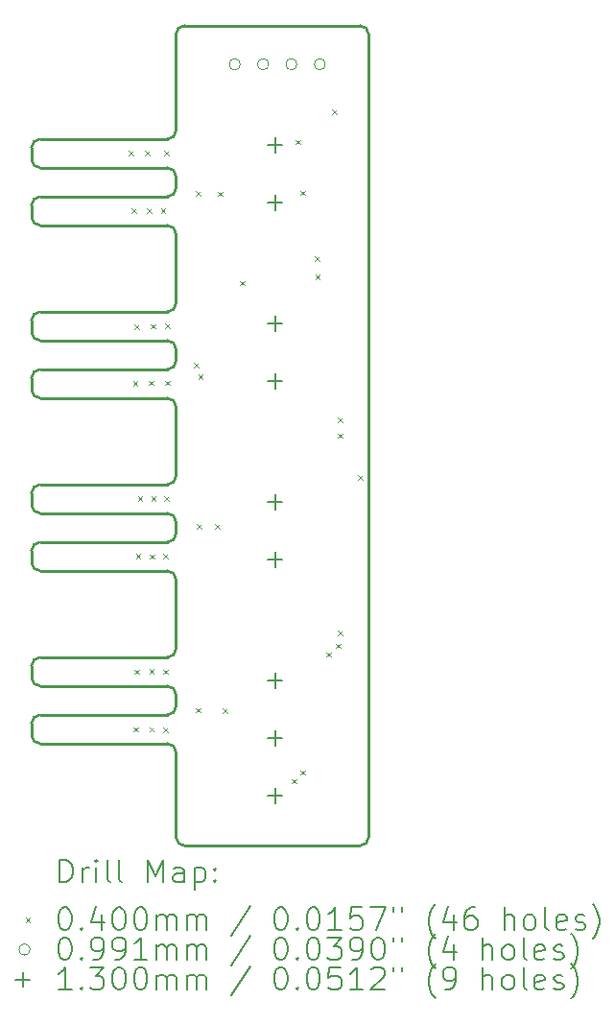
<source format=gbr>
%TF.GenerationSoftware,KiCad,Pcbnew,7.0.10*%
%TF.CreationDate,2024-07-21T07:17:00-04:00*%
%TF.ProjectId,12.2.1 - PLC Connector,31322e32-2e31-4202-9d20-504c4320436f,rev?*%
%TF.SameCoordinates,Original*%
%TF.FileFunction,Drillmap*%
%TF.FilePolarity,Positive*%
%FSLAX45Y45*%
G04 Gerber Fmt 4.5, Leading zero omitted, Abs format (unit mm)*
G04 Created by KiCad (PCBNEW 7.0.10) date 2024-07-21 07:17:00*
%MOMM*%
%LPD*%
G01*
G04 APERTURE LIST*
%ADD10C,0.250000*%
%ADD11C,0.200000*%
%ADD12C,0.100000*%
%ADD13C,0.130000*%
G04 APERTURE END LIST*
D10*
X15427824Y-10617646D02*
G75*
G03*
X15502822Y-10692646I74996J-4D01*
G01*
X16702824Y-7719646D02*
G75*
G03*
X16627822Y-7644646I-75004J-4D01*
G01*
X16627822Y-10184646D02*
X15502822Y-10184646D01*
X18402823Y-4433646D02*
X18402823Y-11517646D01*
X16702822Y-10363646D02*
X16702822Y-10259646D01*
X16702822Y-6807646D02*
X16702822Y-6195646D01*
X15427822Y-9093646D02*
X15427822Y-8989646D01*
X15427824Y-8585646D02*
G75*
G03*
X15502822Y-8660646I74996J-4D01*
G01*
X15427822Y-7061646D02*
X15427822Y-6957646D01*
X16627822Y-5612646D02*
X15502822Y-5612646D01*
X15427824Y-9093646D02*
G75*
G03*
X15502822Y-9168646I74996J-4D01*
G01*
X16627822Y-6882652D02*
G75*
G03*
X16702822Y-6807646I-3J75003D01*
G01*
X16627822Y-5358653D02*
G75*
G03*
X16702822Y-5283646I-3J75003D01*
G01*
X15502822Y-9930646D02*
X16627822Y-9930646D01*
X16627822Y-5866652D02*
G75*
G03*
X16702822Y-5791646I-3J75003D01*
G01*
X16702824Y-9243646D02*
G75*
G03*
X16627822Y-9168646I-75004J-4D01*
G01*
X16702824Y-10259646D02*
G75*
G03*
X16627822Y-10184646I-75004J-4D01*
G01*
X15502822Y-8914646D02*
X16627822Y-8914646D01*
X15427822Y-10617646D02*
X15427822Y-10513646D01*
X16702824Y-10767646D02*
G75*
G03*
X16627822Y-10692646I-75004J-4D01*
G01*
X16627822Y-10692646D02*
X15502822Y-10692646D01*
X15502822Y-5358653D02*
G75*
G03*
X15427822Y-5433646I-3J-74998D01*
G01*
X15427822Y-6045646D02*
X15427822Y-5941646D01*
X16627822Y-8914653D02*
G75*
G03*
X16702822Y-8839646I-3J75003D01*
G01*
X15427822Y-7569646D02*
X15427822Y-7465646D01*
X16702824Y-6195646D02*
G75*
G03*
X16627822Y-6120646I-75004J-4D01*
G01*
X16627822Y-6120646D02*
X15502822Y-6120646D01*
X15502822Y-10438653D02*
G75*
G03*
X15427822Y-10513646I-3J-74998D01*
G01*
X15502822Y-7390652D02*
G75*
G03*
X15427822Y-7465646I-3J-74998D01*
G01*
X15502822Y-5358646D02*
X16627822Y-5358646D01*
X18327823Y-11592646D02*
X16777823Y-11592646D01*
X16702824Y-7211646D02*
G75*
G03*
X16627822Y-7136646I-75004J-4D01*
G01*
X15502822Y-5866646D02*
X16627822Y-5866646D01*
X15502822Y-6882652D02*
G75*
G03*
X15427822Y-6957646I-3J-74998D01*
G01*
X16627822Y-7390652D02*
G75*
G03*
X16702822Y-7315646I-3J75003D01*
G01*
X16627822Y-9168646D02*
X15502822Y-9168646D01*
X16702822Y-9855646D02*
X16702822Y-9243646D01*
X15502822Y-5866652D02*
G75*
G03*
X15427822Y-5941646I-3J-74998D01*
G01*
X15427824Y-7061646D02*
G75*
G03*
X15502822Y-7136646I74996J-4D01*
G01*
X15427824Y-6045646D02*
G75*
G03*
X15502822Y-6120646I74996J-4D01*
G01*
X15427822Y-5537646D02*
X15427822Y-5433646D01*
X16777823Y-4358653D02*
G75*
G03*
X16702822Y-4433646I-3J-74998D01*
G01*
X15427822Y-8585646D02*
X15427822Y-8481646D01*
X16702822Y-7315646D02*
X16702822Y-7211646D01*
X18402824Y-4433646D02*
G75*
G03*
X18327823Y-4358646I-75004J-4D01*
G01*
X16627822Y-9930653D02*
G75*
G03*
X16702822Y-9855646I-3J75003D01*
G01*
X16627822Y-7644646D02*
X15502822Y-7644646D01*
X16627822Y-8406653D02*
G75*
G03*
X16702822Y-8331646I-3J75003D01*
G01*
X16627822Y-7136646D02*
X15502822Y-7136646D01*
X16702822Y-5283646D02*
X16702822Y-4433646D01*
X15502822Y-10438646D02*
X16627822Y-10438646D01*
X15502822Y-8914653D02*
G75*
G03*
X15427822Y-8989646I-3J-74998D01*
G01*
X16702824Y-8735646D02*
G75*
G03*
X16627822Y-8660646I-75004J-4D01*
G01*
X15427824Y-5537646D02*
G75*
G03*
X15502822Y-5612646I74996J-4D01*
G01*
X15502822Y-8406646D02*
X16627822Y-8406646D01*
X16702822Y-8331646D02*
X16702822Y-7719646D01*
X15427824Y-7569646D02*
G75*
G03*
X15502822Y-7644646I74996J-4D01*
G01*
X15502822Y-9930653D02*
G75*
G03*
X15427822Y-10005646I-3J-74998D01*
G01*
X15502822Y-6882646D02*
X16627822Y-6882646D01*
X16702822Y-8839646D02*
X16702822Y-8735646D01*
X16702824Y-5687646D02*
G75*
G03*
X16627822Y-5612646I-75004J-4D01*
G01*
X18327823Y-11592652D02*
G75*
G03*
X18402823Y-11517646I-3J75003D01*
G01*
X15427824Y-10109646D02*
G75*
G03*
X15502822Y-10184646I74996J-4D01*
G01*
X16702822Y-5791646D02*
X16702822Y-5687646D01*
X15502822Y-8406653D02*
G75*
G03*
X15427822Y-8481646I-3J-74998D01*
G01*
X15502822Y-7390646D02*
X16627822Y-7390646D01*
X16777823Y-4358646D02*
X18327823Y-4358646D01*
X16702822Y-11517646D02*
X16702822Y-10767646D01*
X16627822Y-8660646D02*
X15502822Y-8660646D01*
X15427822Y-10109646D02*
X15427822Y-10005646D01*
X16627822Y-10438653D02*
G75*
G03*
X16702822Y-10363646I-3J75003D01*
G01*
X16702824Y-11517646D02*
G75*
G03*
X16777823Y-11592646I74996J-4D01*
G01*
D11*
D12*
X16283378Y-5464622D02*
X16323378Y-5504622D01*
X16323378Y-5464622D02*
X16283378Y-5504622D01*
X16313170Y-5972843D02*
X16353170Y-6012843D01*
X16353170Y-5972843D02*
X16313170Y-6012843D01*
X16323000Y-7492000D02*
X16363000Y-7532000D01*
X16363000Y-7492000D02*
X16323000Y-7532000D01*
X16327000Y-10546000D02*
X16367000Y-10586000D01*
X16367000Y-10546000D02*
X16327000Y-10586000D01*
X16337000Y-10039000D02*
X16377000Y-10079000D01*
X16377000Y-10039000D02*
X16337000Y-10079000D01*
X16338000Y-6993000D02*
X16378000Y-7033000D01*
X16378000Y-6993000D02*
X16338000Y-7033000D01*
X16349000Y-9021000D02*
X16389000Y-9061000D01*
X16389000Y-9021000D02*
X16349000Y-9061000D01*
X16366000Y-8510000D02*
X16406000Y-8550000D01*
X16406000Y-8510000D02*
X16366000Y-8550000D01*
X16426378Y-5464622D02*
X16466378Y-5504622D01*
X16466378Y-5464622D02*
X16426378Y-5504622D01*
X16446642Y-5971195D02*
X16486642Y-6011195D01*
X16486642Y-5971195D02*
X16446642Y-6011195D01*
X16466000Y-7490000D02*
X16506000Y-7530000D01*
X16506000Y-7490000D02*
X16466000Y-7530000D01*
X16468000Y-10037000D02*
X16508000Y-10077000D01*
X16508000Y-10037000D02*
X16468000Y-10077000D01*
X16468000Y-10546000D02*
X16508000Y-10586000D01*
X16508000Y-10546000D02*
X16468000Y-10586000D01*
X16473000Y-9023000D02*
X16513000Y-9063000D01*
X16513000Y-9023000D02*
X16473000Y-9063000D01*
X16480000Y-6990000D02*
X16520000Y-7030000D01*
X16520000Y-6990000D02*
X16480000Y-7030000D01*
X16484000Y-8510000D02*
X16524000Y-8550000D01*
X16524000Y-8510000D02*
X16484000Y-8550000D01*
X16570000Y-5973006D02*
X16610000Y-6013006D01*
X16610000Y-5973006D02*
X16570000Y-6013006D01*
X16587000Y-10549000D02*
X16627000Y-10589000D01*
X16627000Y-10549000D02*
X16587000Y-10589000D01*
X16590000Y-9020000D02*
X16630000Y-9060000D01*
X16630000Y-9020000D02*
X16590000Y-9060000D01*
X16590000Y-10037916D02*
X16630000Y-10077916D01*
X16630000Y-10037916D02*
X16590000Y-10077916D01*
X16598622Y-5464623D02*
X16638622Y-5504623D01*
X16638622Y-5464623D02*
X16598622Y-5504623D01*
X16600000Y-8510000D02*
X16640000Y-8550000D01*
X16640000Y-8510000D02*
X16600000Y-8550000D01*
X16610000Y-6987991D02*
X16650000Y-7027991D01*
X16650000Y-6987991D02*
X16610000Y-7027991D01*
X16610000Y-7490000D02*
X16650000Y-7530000D01*
X16650000Y-7490000D02*
X16610000Y-7530000D01*
X16858301Y-7332050D02*
X16898301Y-7372050D01*
X16898301Y-7332050D02*
X16858301Y-7372050D01*
X16879000Y-5821000D02*
X16919000Y-5861000D01*
X16919000Y-5821000D02*
X16879000Y-5861000D01*
X16879000Y-10378000D02*
X16919000Y-10418000D01*
X16919000Y-10378000D02*
X16879000Y-10418000D01*
X16883700Y-8755700D02*
X16923700Y-8795700D01*
X16923700Y-8755700D02*
X16883700Y-8795700D01*
X16900000Y-7438000D02*
X16940000Y-7478000D01*
X16940000Y-7438000D02*
X16900000Y-7478000D01*
X17048800Y-8755700D02*
X17088800Y-8795700D01*
X17088800Y-8755700D02*
X17048800Y-8795700D01*
X17074200Y-5822000D02*
X17114200Y-5862000D01*
X17114200Y-5822000D02*
X17074200Y-5862000D01*
X17112300Y-10381300D02*
X17152300Y-10421300D01*
X17152300Y-10381300D02*
X17112300Y-10421300D01*
X17264500Y-6609600D02*
X17304500Y-6649600D01*
X17304500Y-6609600D02*
X17264500Y-6649600D01*
X17721900Y-11003600D02*
X17761900Y-11043600D01*
X17761900Y-11003600D02*
X17721900Y-11043600D01*
X17760620Y-5365420D02*
X17800620Y-5405420D01*
X17800620Y-5365420D02*
X17760620Y-5405420D01*
X17798100Y-5813800D02*
X17838100Y-5853800D01*
X17838100Y-5813800D02*
X17798100Y-5853800D01*
X17798100Y-10927400D02*
X17838100Y-10967400D01*
X17838100Y-10927400D02*
X17798100Y-10967400D01*
X17925600Y-6393500D02*
X17965600Y-6433500D01*
X17965600Y-6393500D02*
X17925600Y-6433500D01*
X17931699Y-6551999D02*
X17971699Y-6591999D01*
X17971699Y-6551999D02*
X17931699Y-6591999D01*
X18026700Y-9886000D02*
X18066700Y-9926000D01*
X18066700Y-9886000D02*
X18026700Y-9926000D01*
X18077500Y-5098100D02*
X18117500Y-5138100D01*
X18117500Y-5098100D02*
X18077500Y-5138100D01*
X18115600Y-9809800D02*
X18155600Y-9849800D01*
X18155600Y-9809800D02*
X18115600Y-9849800D01*
X18128300Y-7815900D02*
X18168300Y-7855900D01*
X18168300Y-7815900D02*
X18128300Y-7855900D01*
X18128300Y-7955600D02*
X18168300Y-7995600D01*
X18168300Y-7955600D02*
X18128300Y-7995600D01*
X18128300Y-9695500D02*
X18168300Y-9735500D01*
X18168300Y-9695500D02*
X18128300Y-9735500D01*
X18306100Y-8323900D02*
X18346100Y-8363900D01*
X18346100Y-8323900D02*
X18306100Y-8363900D01*
X17270730Y-4699000D02*
G75*
G03*
X17171670Y-4699000I-49530J0D01*
G01*
X17171670Y-4699000D02*
G75*
G03*
X17270730Y-4699000I49530J0D01*
G01*
X17520730Y-4699000D02*
G75*
G03*
X17421670Y-4699000I-49530J0D01*
G01*
X17421670Y-4699000D02*
G75*
G03*
X17520730Y-4699000I49530J0D01*
G01*
X17770730Y-4699000D02*
G75*
G03*
X17671670Y-4699000I-49530J0D01*
G01*
X17671670Y-4699000D02*
G75*
G03*
X17770730Y-4699000I49530J0D01*
G01*
X18020730Y-4699000D02*
G75*
G03*
X17921670Y-4699000I-49530J0D01*
G01*
X17921670Y-4699000D02*
G75*
G03*
X18020730Y-4699000I49530J0D01*
G01*
D13*
X17576800Y-5345200D02*
X17576800Y-5475200D01*
X17511800Y-5410200D02*
X17641800Y-5410200D01*
X17576800Y-5853200D02*
X17576800Y-5983200D01*
X17511800Y-5918200D02*
X17641800Y-5918200D01*
X17576800Y-6920000D02*
X17576800Y-7050000D01*
X17511800Y-6985000D02*
X17641800Y-6985000D01*
X17576800Y-7428000D02*
X17576800Y-7558000D01*
X17511800Y-7493000D02*
X17641800Y-7493000D01*
X17576800Y-8494800D02*
X17576800Y-8624800D01*
X17511800Y-8559800D02*
X17641800Y-8559800D01*
X17576800Y-9002800D02*
X17576800Y-9132800D01*
X17511800Y-9067800D02*
X17641800Y-9067800D01*
X17576800Y-10069600D02*
X17576800Y-10199600D01*
X17511800Y-10134600D02*
X17641800Y-10134600D01*
X17576800Y-10577600D02*
X17576800Y-10707600D01*
X17511800Y-10642600D02*
X17641800Y-10642600D01*
X17576800Y-11085600D02*
X17576800Y-11215600D01*
X17511800Y-11150600D02*
X17641800Y-11150600D01*
D11*
X15676099Y-11916630D02*
X15676099Y-11716630D01*
X15676099Y-11716630D02*
X15723718Y-11716630D01*
X15723718Y-11716630D02*
X15752290Y-11726154D01*
X15752290Y-11726154D02*
X15771337Y-11745201D01*
X15771337Y-11745201D02*
X15780861Y-11764249D01*
X15780861Y-11764249D02*
X15790385Y-11802344D01*
X15790385Y-11802344D02*
X15790385Y-11830916D01*
X15790385Y-11830916D02*
X15780861Y-11869011D01*
X15780861Y-11869011D02*
X15771337Y-11888058D01*
X15771337Y-11888058D02*
X15752290Y-11907106D01*
X15752290Y-11907106D02*
X15723718Y-11916630D01*
X15723718Y-11916630D02*
X15676099Y-11916630D01*
X15876099Y-11916630D02*
X15876099Y-11783297D01*
X15876099Y-11821392D02*
X15885623Y-11802344D01*
X15885623Y-11802344D02*
X15895147Y-11792820D01*
X15895147Y-11792820D02*
X15914194Y-11783297D01*
X15914194Y-11783297D02*
X15933242Y-11783297D01*
X15999909Y-11916630D02*
X15999909Y-11783297D01*
X15999909Y-11716630D02*
X15990385Y-11726154D01*
X15990385Y-11726154D02*
X15999909Y-11735678D01*
X15999909Y-11735678D02*
X16009433Y-11726154D01*
X16009433Y-11726154D02*
X15999909Y-11716630D01*
X15999909Y-11716630D02*
X15999909Y-11735678D01*
X16123718Y-11916630D02*
X16104671Y-11907106D01*
X16104671Y-11907106D02*
X16095147Y-11888058D01*
X16095147Y-11888058D02*
X16095147Y-11716630D01*
X16228480Y-11916630D02*
X16209433Y-11907106D01*
X16209433Y-11907106D02*
X16199909Y-11888058D01*
X16199909Y-11888058D02*
X16199909Y-11716630D01*
X16457052Y-11916630D02*
X16457052Y-11716630D01*
X16457052Y-11716630D02*
X16523718Y-11859487D01*
X16523718Y-11859487D02*
X16590385Y-11716630D01*
X16590385Y-11716630D02*
X16590385Y-11916630D01*
X16771337Y-11916630D02*
X16771337Y-11811868D01*
X16771337Y-11811868D02*
X16761814Y-11792820D01*
X16761814Y-11792820D02*
X16742766Y-11783297D01*
X16742766Y-11783297D02*
X16704671Y-11783297D01*
X16704671Y-11783297D02*
X16685623Y-11792820D01*
X16771337Y-11907106D02*
X16752290Y-11916630D01*
X16752290Y-11916630D02*
X16704671Y-11916630D01*
X16704671Y-11916630D02*
X16685623Y-11907106D01*
X16685623Y-11907106D02*
X16676099Y-11888058D01*
X16676099Y-11888058D02*
X16676099Y-11869011D01*
X16676099Y-11869011D02*
X16685623Y-11849963D01*
X16685623Y-11849963D02*
X16704671Y-11840439D01*
X16704671Y-11840439D02*
X16752290Y-11840439D01*
X16752290Y-11840439D02*
X16771337Y-11830916D01*
X16866576Y-11783297D02*
X16866576Y-11983297D01*
X16866576Y-11792820D02*
X16885623Y-11783297D01*
X16885623Y-11783297D02*
X16923718Y-11783297D01*
X16923718Y-11783297D02*
X16942766Y-11792820D01*
X16942766Y-11792820D02*
X16952290Y-11802344D01*
X16952290Y-11802344D02*
X16961814Y-11821392D01*
X16961814Y-11821392D02*
X16961814Y-11878535D01*
X16961814Y-11878535D02*
X16952290Y-11897582D01*
X16952290Y-11897582D02*
X16942766Y-11907106D01*
X16942766Y-11907106D02*
X16923718Y-11916630D01*
X16923718Y-11916630D02*
X16885623Y-11916630D01*
X16885623Y-11916630D02*
X16866576Y-11907106D01*
X17047528Y-11897582D02*
X17057052Y-11907106D01*
X17057052Y-11907106D02*
X17047528Y-11916630D01*
X17047528Y-11916630D02*
X17038004Y-11907106D01*
X17038004Y-11907106D02*
X17047528Y-11897582D01*
X17047528Y-11897582D02*
X17047528Y-11916630D01*
X17047528Y-11792820D02*
X17057052Y-11802344D01*
X17057052Y-11802344D02*
X17047528Y-11811868D01*
X17047528Y-11811868D02*
X17038004Y-11802344D01*
X17038004Y-11802344D02*
X17047528Y-11792820D01*
X17047528Y-11792820D02*
X17047528Y-11811868D01*
D12*
X15375322Y-12225146D02*
X15415322Y-12265146D01*
X15415322Y-12225146D02*
X15375322Y-12265146D01*
D11*
X15714194Y-12136630D02*
X15733242Y-12136630D01*
X15733242Y-12136630D02*
X15752290Y-12146154D01*
X15752290Y-12146154D02*
X15761814Y-12155678D01*
X15761814Y-12155678D02*
X15771337Y-12174725D01*
X15771337Y-12174725D02*
X15780861Y-12212820D01*
X15780861Y-12212820D02*
X15780861Y-12260439D01*
X15780861Y-12260439D02*
X15771337Y-12298535D01*
X15771337Y-12298535D02*
X15761814Y-12317582D01*
X15761814Y-12317582D02*
X15752290Y-12327106D01*
X15752290Y-12327106D02*
X15733242Y-12336630D01*
X15733242Y-12336630D02*
X15714194Y-12336630D01*
X15714194Y-12336630D02*
X15695147Y-12327106D01*
X15695147Y-12327106D02*
X15685623Y-12317582D01*
X15685623Y-12317582D02*
X15676099Y-12298535D01*
X15676099Y-12298535D02*
X15666575Y-12260439D01*
X15666575Y-12260439D02*
X15666575Y-12212820D01*
X15666575Y-12212820D02*
X15676099Y-12174725D01*
X15676099Y-12174725D02*
X15685623Y-12155678D01*
X15685623Y-12155678D02*
X15695147Y-12146154D01*
X15695147Y-12146154D02*
X15714194Y-12136630D01*
X15866575Y-12317582D02*
X15876099Y-12327106D01*
X15876099Y-12327106D02*
X15866575Y-12336630D01*
X15866575Y-12336630D02*
X15857052Y-12327106D01*
X15857052Y-12327106D02*
X15866575Y-12317582D01*
X15866575Y-12317582D02*
X15866575Y-12336630D01*
X16047528Y-12203297D02*
X16047528Y-12336630D01*
X15999909Y-12127106D02*
X15952290Y-12269963D01*
X15952290Y-12269963D02*
X16076099Y-12269963D01*
X16190385Y-12136630D02*
X16209433Y-12136630D01*
X16209433Y-12136630D02*
X16228480Y-12146154D01*
X16228480Y-12146154D02*
X16238004Y-12155678D01*
X16238004Y-12155678D02*
X16247528Y-12174725D01*
X16247528Y-12174725D02*
X16257052Y-12212820D01*
X16257052Y-12212820D02*
X16257052Y-12260439D01*
X16257052Y-12260439D02*
X16247528Y-12298535D01*
X16247528Y-12298535D02*
X16238004Y-12317582D01*
X16238004Y-12317582D02*
X16228480Y-12327106D01*
X16228480Y-12327106D02*
X16209433Y-12336630D01*
X16209433Y-12336630D02*
X16190385Y-12336630D01*
X16190385Y-12336630D02*
X16171337Y-12327106D01*
X16171337Y-12327106D02*
X16161814Y-12317582D01*
X16161814Y-12317582D02*
X16152290Y-12298535D01*
X16152290Y-12298535D02*
X16142766Y-12260439D01*
X16142766Y-12260439D02*
X16142766Y-12212820D01*
X16142766Y-12212820D02*
X16152290Y-12174725D01*
X16152290Y-12174725D02*
X16161814Y-12155678D01*
X16161814Y-12155678D02*
X16171337Y-12146154D01*
X16171337Y-12146154D02*
X16190385Y-12136630D01*
X16380861Y-12136630D02*
X16399909Y-12136630D01*
X16399909Y-12136630D02*
X16418956Y-12146154D01*
X16418956Y-12146154D02*
X16428480Y-12155678D01*
X16428480Y-12155678D02*
X16438004Y-12174725D01*
X16438004Y-12174725D02*
X16447528Y-12212820D01*
X16447528Y-12212820D02*
X16447528Y-12260439D01*
X16447528Y-12260439D02*
X16438004Y-12298535D01*
X16438004Y-12298535D02*
X16428480Y-12317582D01*
X16428480Y-12317582D02*
X16418956Y-12327106D01*
X16418956Y-12327106D02*
X16399909Y-12336630D01*
X16399909Y-12336630D02*
X16380861Y-12336630D01*
X16380861Y-12336630D02*
X16361814Y-12327106D01*
X16361814Y-12327106D02*
X16352290Y-12317582D01*
X16352290Y-12317582D02*
X16342766Y-12298535D01*
X16342766Y-12298535D02*
X16333242Y-12260439D01*
X16333242Y-12260439D02*
X16333242Y-12212820D01*
X16333242Y-12212820D02*
X16342766Y-12174725D01*
X16342766Y-12174725D02*
X16352290Y-12155678D01*
X16352290Y-12155678D02*
X16361814Y-12146154D01*
X16361814Y-12146154D02*
X16380861Y-12136630D01*
X16533242Y-12336630D02*
X16533242Y-12203297D01*
X16533242Y-12222344D02*
X16542766Y-12212820D01*
X16542766Y-12212820D02*
X16561814Y-12203297D01*
X16561814Y-12203297D02*
X16590385Y-12203297D01*
X16590385Y-12203297D02*
X16609433Y-12212820D01*
X16609433Y-12212820D02*
X16618956Y-12231868D01*
X16618956Y-12231868D02*
X16618956Y-12336630D01*
X16618956Y-12231868D02*
X16628480Y-12212820D01*
X16628480Y-12212820D02*
X16647528Y-12203297D01*
X16647528Y-12203297D02*
X16676099Y-12203297D01*
X16676099Y-12203297D02*
X16695147Y-12212820D01*
X16695147Y-12212820D02*
X16704671Y-12231868D01*
X16704671Y-12231868D02*
X16704671Y-12336630D01*
X16799909Y-12336630D02*
X16799909Y-12203297D01*
X16799909Y-12222344D02*
X16809433Y-12212820D01*
X16809433Y-12212820D02*
X16828480Y-12203297D01*
X16828480Y-12203297D02*
X16857052Y-12203297D01*
X16857052Y-12203297D02*
X16876099Y-12212820D01*
X16876099Y-12212820D02*
X16885623Y-12231868D01*
X16885623Y-12231868D02*
X16885623Y-12336630D01*
X16885623Y-12231868D02*
X16895147Y-12212820D01*
X16895147Y-12212820D02*
X16914195Y-12203297D01*
X16914195Y-12203297D02*
X16942766Y-12203297D01*
X16942766Y-12203297D02*
X16961814Y-12212820D01*
X16961814Y-12212820D02*
X16971338Y-12231868D01*
X16971338Y-12231868D02*
X16971338Y-12336630D01*
X17361814Y-12127106D02*
X17190385Y-12384249D01*
X17618957Y-12136630D02*
X17638004Y-12136630D01*
X17638004Y-12136630D02*
X17657052Y-12146154D01*
X17657052Y-12146154D02*
X17666576Y-12155678D01*
X17666576Y-12155678D02*
X17676100Y-12174725D01*
X17676100Y-12174725D02*
X17685623Y-12212820D01*
X17685623Y-12212820D02*
X17685623Y-12260439D01*
X17685623Y-12260439D02*
X17676100Y-12298535D01*
X17676100Y-12298535D02*
X17666576Y-12317582D01*
X17666576Y-12317582D02*
X17657052Y-12327106D01*
X17657052Y-12327106D02*
X17638004Y-12336630D01*
X17638004Y-12336630D02*
X17618957Y-12336630D01*
X17618957Y-12336630D02*
X17599909Y-12327106D01*
X17599909Y-12327106D02*
X17590385Y-12317582D01*
X17590385Y-12317582D02*
X17580861Y-12298535D01*
X17580861Y-12298535D02*
X17571338Y-12260439D01*
X17571338Y-12260439D02*
X17571338Y-12212820D01*
X17571338Y-12212820D02*
X17580861Y-12174725D01*
X17580861Y-12174725D02*
X17590385Y-12155678D01*
X17590385Y-12155678D02*
X17599909Y-12146154D01*
X17599909Y-12146154D02*
X17618957Y-12136630D01*
X17771338Y-12317582D02*
X17780861Y-12327106D01*
X17780861Y-12327106D02*
X17771338Y-12336630D01*
X17771338Y-12336630D02*
X17761814Y-12327106D01*
X17761814Y-12327106D02*
X17771338Y-12317582D01*
X17771338Y-12317582D02*
X17771338Y-12336630D01*
X17904671Y-12136630D02*
X17923719Y-12136630D01*
X17923719Y-12136630D02*
X17942766Y-12146154D01*
X17942766Y-12146154D02*
X17952290Y-12155678D01*
X17952290Y-12155678D02*
X17961814Y-12174725D01*
X17961814Y-12174725D02*
X17971338Y-12212820D01*
X17971338Y-12212820D02*
X17971338Y-12260439D01*
X17971338Y-12260439D02*
X17961814Y-12298535D01*
X17961814Y-12298535D02*
X17952290Y-12317582D01*
X17952290Y-12317582D02*
X17942766Y-12327106D01*
X17942766Y-12327106D02*
X17923719Y-12336630D01*
X17923719Y-12336630D02*
X17904671Y-12336630D01*
X17904671Y-12336630D02*
X17885623Y-12327106D01*
X17885623Y-12327106D02*
X17876100Y-12317582D01*
X17876100Y-12317582D02*
X17866576Y-12298535D01*
X17866576Y-12298535D02*
X17857052Y-12260439D01*
X17857052Y-12260439D02*
X17857052Y-12212820D01*
X17857052Y-12212820D02*
X17866576Y-12174725D01*
X17866576Y-12174725D02*
X17876100Y-12155678D01*
X17876100Y-12155678D02*
X17885623Y-12146154D01*
X17885623Y-12146154D02*
X17904671Y-12136630D01*
X18161814Y-12336630D02*
X18047528Y-12336630D01*
X18104671Y-12336630D02*
X18104671Y-12136630D01*
X18104671Y-12136630D02*
X18085623Y-12165201D01*
X18085623Y-12165201D02*
X18066576Y-12184249D01*
X18066576Y-12184249D02*
X18047528Y-12193773D01*
X18342766Y-12136630D02*
X18247528Y-12136630D01*
X18247528Y-12136630D02*
X18238004Y-12231868D01*
X18238004Y-12231868D02*
X18247528Y-12222344D01*
X18247528Y-12222344D02*
X18266576Y-12212820D01*
X18266576Y-12212820D02*
X18314195Y-12212820D01*
X18314195Y-12212820D02*
X18333242Y-12222344D01*
X18333242Y-12222344D02*
X18342766Y-12231868D01*
X18342766Y-12231868D02*
X18352290Y-12250916D01*
X18352290Y-12250916D02*
X18352290Y-12298535D01*
X18352290Y-12298535D02*
X18342766Y-12317582D01*
X18342766Y-12317582D02*
X18333242Y-12327106D01*
X18333242Y-12327106D02*
X18314195Y-12336630D01*
X18314195Y-12336630D02*
X18266576Y-12336630D01*
X18266576Y-12336630D02*
X18247528Y-12327106D01*
X18247528Y-12327106D02*
X18238004Y-12317582D01*
X18418957Y-12136630D02*
X18552290Y-12136630D01*
X18552290Y-12136630D02*
X18466576Y-12336630D01*
X18618957Y-12136630D02*
X18618957Y-12174725D01*
X18695147Y-12136630D02*
X18695147Y-12174725D01*
X18990385Y-12412820D02*
X18980862Y-12403297D01*
X18980862Y-12403297D02*
X18961814Y-12374725D01*
X18961814Y-12374725D02*
X18952290Y-12355678D01*
X18952290Y-12355678D02*
X18942766Y-12327106D01*
X18942766Y-12327106D02*
X18933243Y-12279487D01*
X18933243Y-12279487D02*
X18933243Y-12241392D01*
X18933243Y-12241392D02*
X18942766Y-12193773D01*
X18942766Y-12193773D02*
X18952290Y-12165201D01*
X18952290Y-12165201D02*
X18961814Y-12146154D01*
X18961814Y-12146154D02*
X18980862Y-12117582D01*
X18980862Y-12117582D02*
X18990385Y-12108058D01*
X19152290Y-12203297D02*
X19152290Y-12336630D01*
X19104671Y-12127106D02*
X19057052Y-12269963D01*
X19057052Y-12269963D02*
X19180862Y-12269963D01*
X19342766Y-12136630D02*
X19304671Y-12136630D01*
X19304671Y-12136630D02*
X19285623Y-12146154D01*
X19285623Y-12146154D02*
X19276100Y-12155678D01*
X19276100Y-12155678D02*
X19257052Y-12184249D01*
X19257052Y-12184249D02*
X19247528Y-12222344D01*
X19247528Y-12222344D02*
X19247528Y-12298535D01*
X19247528Y-12298535D02*
X19257052Y-12317582D01*
X19257052Y-12317582D02*
X19266576Y-12327106D01*
X19266576Y-12327106D02*
X19285623Y-12336630D01*
X19285623Y-12336630D02*
X19323719Y-12336630D01*
X19323719Y-12336630D02*
X19342766Y-12327106D01*
X19342766Y-12327106D02*
X19352290Y-12317582D01*
X19352290Y-12317582D02*
X19361814Y-12298535D01*
X19361814Y-12298535D02*
X19361814Y-12250916D01*
X19361814Y-12250916D02*
X19352290Y-12231868D01*
X19352290Y-12231868D02*
X19342766Y-12222344D01*
X19342766Y-12222344D02*
X19323719Y-12212820D01*
X19323719Y-12212820D02*
X19285623Y-12212820D01*
X19285623Y-12212820D02*
X19266576Y-12222344D01*
X19266576Y-12222344D02*
X19257052Y-12231868D01*
X19257052Y-12231868D02*
X19247528Y-12250916D01*
X19599909Y-12336630D02*
X19599909Y-12136630D01*
X19685624Y-12336630D02*
X19685624Y-12231868D01*
X19685624Y-12231868D02*
X19676100Y-12212820D01*
X19676100Y-12212820D02*
X19657052Y-12203297D01*
X19657052Y-12203297D02*
X19628481Y-12203297D01*
X19628481Y-12203297D02*
X19609433Y-12212820D01*
X19609433Y-12212820D02*
X19599909Y-12222344D01*
X19809433Y-12336630D02*
X19790385Y-12327106D01*
X19790385Y-12327106D02*
X19780862Y-12317582D01*
X19780862Y-12317582D02*
X19771338Y-12298535D01*
X19771338Y-12298535D02*
X19771338Y-12241392D01*
X19771338Y-12241392D02*
X19780862Y-12222344D01*
X19780862Y-12222344D02*
X19790385Y-12212820D01*
X19790385Y-12212820D02*
X19809433Y-12203297D01*
X19809433Y-12203297D02*
X19838005Y-12203297D01*
X19838005Y-12203297D02*
X19857052Y-12212820D01*
X19857052Y-12212820D02*
X19866576Y-12222344D01*
X19866576Y-12222344D02*
X19876100Y-12241392D01*
X19876100Y-12241392D02*
X19876100Y-12298535D01*
X19876100Y-12298535D02*
X19866576Y-12317582D01*
X19866576Y-12317582D02*
X19857052Y-12327106D01*
X19857052Y-12327106D02*
X19838005Y-12336630D01*
X19838005Y-12336630D02*
X19809433Y-12336630D01*
X19990385Y-12336630D02*
X19971338Y-12327106D01*
X19971338Y-12327106D02*
X19961814Y-12308058D01*
X19961814Y-12308058D02*
X19961814Y-12136630D01*
X20142766Y-12327106D02*
X20123719Y-12336630D01*
X20123719Y-12336630D02*
X20085624Y-12336630D01*
X20085624Y-12336630D02*
X20066576Y-12327106D01*
X20066576Y-12327106D02*
X20057052Y-12308058D01*
X20057052Y-12308058D02*
X20057052Y-12231868D01*
X20057052Y-12231868D02*
X20066576Y-12212820D01*
X20066576Y-12212820D02*
X20085624Y-12203297D01*
X20085624Y-12203297D02*
X20123719Y-12203297D01*
X20123719Y-12203297D02*
X20142766Y-12212820D01*
X20142766Y-12212820D02*
X20152290Y-12231868D01*
X20152290Y-12231868D02*
X20152290Y-12250916D01*
X20152290Y-12250916D02*
X20057052Y-12269963D01*
X20228481Y-12327106D02*
X20247528Y-12336630D01*
X20247528Y-12336630D02*
X20285624Y-12336630D01*
X20285624Y-12336630D02*
X20304671Y-12327106D01*
X20304671Y-12327106D02*
X20314195Y-12308058D01*
X20314195Y-12308058D02*
X20314195Y-12298535D01*
X20314195Y-12298535D02*
X20304671Y-12279487D01*
X20304671Y-12279487D02*
X20285624Y-12269963D01*
X20285624Y-12269963D02*
X20257052Y-12269963D01*
X20257052Y-12269963D02*
X20238005Y-12260439D01*
X20238005Y-12260439D02*
X20228481Y-12241392D01*
X20228481Y-12241392D02*
X20228481Y-12231868D01*
X20228481Y-12231868D02*
X20238005Y-12212820D01*
X20238005Y-12212820D02*
X20257052Y-12203297D01*
X20257052Y-12203297D02*
X20285624Y-12203297D01*
X20285624Y-12203297D02*
X20304671Y-12212820D01*
X20380862Y-12412820D02*
X20390386Y-12403297D01*
X20390386Y-12403297D02*
X20409433Y-12374725D01*
X20409433Y-12374725D02*
X20418957Y-12355678D01*
X20418957Y-12355678D02*
X20428481Y-12327106D01*
X20428481Y-12327106D02*
X20438005Y-12279487D01*
X20438005Y-12279487D02*
X20438005Y-12241392D01*
X20438005Y-12241392D02*
X20428481Y-12193773D01*
X20428481Y-12193773D02*
X20418957Y-12165201D01*
X20418957Y-12165201D02*
X20409433Y-12146154D01*
X20409433Y-12146154D02*
X20390386Y-12117582D01*
X20390386Y-12117582D02*
X20380862Y-12108058D01*
D12*
X15415322Y-12509146D02*
G75*
G03*
X15316262Y-12509146I-49530J0D01*
G01*
X15316262Y-12509146D02*
G75*
G03*
X15415322Y-12509146I49530J0D01*
G01*
D11*
X15714194Y-12400630D02*
X15733242Y-12400630D01*
X15733242Y-12400630D02*
X15752290Y-12410154D01*
X15752290Y-12410154D02*
X15761814Y-12419678D01*
X15761814Y-12419678D02*
X15771337Y-12438725D01*
X15771337Y-12438725D02*
X15780861Y-12476820D01*
X15780861Y-12476820D02*
X15780861Y-12524439D01*
X15780861Y-12524439D02*
X15771337Y-12562535D01*
X15771337Y-12562535D02*
X15761814Y-12581582D01*
X15761814Y-12581582D02*
X15752290Y-12591106D01*
X15752290Y-12591106D02*
X15733242Y-12600630D01*
X15733242Y-12600630D02*
X15714194Y-12600630D01*
X15714194Y-12600630D02*
X15695147Y-12591106D01*
X15695147Y-12591106D02*
X15685623Y-12581582D01*
X15685623Y-12581582D02*
X15676099Y-12562535D01*
X15676099Y-12562535D02*
X15666575Y-12524439D01*
X15666575Y-12524439D02*
X15666575Y-12476820D01*
X15666575Y-12476820D02*
X15676099Y-12438725D01*
X15676099Y-12438725D02*
X15685623Y-12419678D01*
X15685623Y-12419678D02*
X15695147Y-12410154D01*
X15695147Y-12410154D02*
X15714194Y-12400630D01*
X15866575Y-12581582D02*
X15876099Y-12591106D01*
X15876099Y-12591106D02*
X15866575Y-12600630D01*
X15866575Y-12600630D02*
X15857052Y-12591106D01*
X15857052Y-12591106D02*
X15866575Y-12581582D01*
X15866575Y-12581582D02*
X15866575Y-12600630D01*
X15971337Y-12600630D02*
X16009433Y-12600630D01*
X16009433Y-12600630D02*
X16028480Y-12591106D01*
X16028480Y-12591106D02*
X16038004Y-12581582D01*
X16038004Y-12581582D02*
X16057052Y-12553011D01*
X16057052Y-12553011D02*
X16066575Y-12514916D01*
X16066575Y-12514916D02*
X16066575Y-12438725D01*
X16066575Y-12438725D02*
X16057052Y-12419678D01*
X16057052Y-12419678D02*
X16047528Y-12410154D01*
X16047528Y-12410154D02*
X16028480Y-12400630D01*
X16028480Y-12400630D02*
X15990385Y-12400630D01*
X15990385Y-12400630D02*
X15971337Y-12410154D01*
X15971337Y-12410154D02*
X15961814Y-12419678D01*
X15961814Y-12419678D02*
X15952290Y-12438725D01*
X15952290Y-12438725D02*
X15952290Y-12486344D01*
X15952290Y-12486344D02*
X15961814Y-12505392D01*
X15961814Y-12505392D02*
X15971337Y-12514916D01*
X15971337Y-12514916D02*
X15990385Y-12524439D01*
X15990385Y-12524439D02*
X16028480Y-12524439D01*
X16028480Y-12524439D02*
X16047528Y-12514916D01*
X16047528Y-12514916D02*
X16057052Y-12505392D01*
X16057052Y-12505392D02*
X16066575Y-12486344D01*
X16161814Y-12600630D02*
X16199909Y-12600630D01*
X16199909Y-12600630D02*
X16218956Y-12591106D01*
X16218956Y-12591106D02*
X16228480Y-12581582D01*
X16228480Y-12581582D02*
X16247528Y-12553011D01*
X16247528Y-12553011D02*
X16257052Y-12514916D01*
X16257052Y-12514916D02*
X16257052Y-12438725D01*
X16257052Y-12438725D02*
X16247528Y-12419678D01*
X16247528Y-12419678D02*
X16238004Y-12410154D01*
X16238004Y-12410154D02*
X16218956Y-12400630D01*
X16218956Y-12400630D02*
X16180861Y-12400630D01*
X16180861Y-12400630D02*
X16161814Y-12410154D01*
X16161814Y-12410154D02*
X16152290Y-12419678D01*
X16152290Y-12419678D02*
X16142766Y-12438725D01*
X16142766Y-12438725D02*
X16142766Y-12486344D01*
X16142766Y-12486344D02*
X16152290Y-12505392D01*
X16152290Y-12505392D02*
X16161814Y-12514916D01*
X16161814Y-12514916D02*
X16180861Y-12524439D01*
X16180861Y-12524439D02*
X16218956Y-12524439D01*
X16218956Y-12524439D02*
X16238004Y-12514916D01*
X16238004Y-12514916D02*
X16247528Y-12505392D01*
X16247528Y-12505392D02*
X16257052Y-12486344D01*
X16447528Y-12600630D02*
X16333242Y-12600630D01*
X16390385Y-12600630D02*
X16390385Y-12400630D01*
X16390385Y-12400630D02*
X16371337Y-12429201D01*
X16371337Y-12429201D02*
X16352290Y-12448249D01*
X16352290Y-12448249D02*
X16333242Y-12457773D01*
X16533242Y-12600630D02*
X16533242Y-12467297D01*
X16533242Y-12486344D02*
X16542766Y-12476820D01*
X16542766Y-12476820D02*
X16561814Y-12467297D01*
X16561814Y-12467297D02*
X16590385Y-12467297D01*
X16590385Y-12467297D02*
X16609433Y-12476820D01*
X16609433Y-12476820D02*
X16618956Y-12495868D01*
X16618956Y-12495868D02*
X16618956Y-12600630D01*
X16618956Y-12495868D02*
X16628480Y-12476820D01*
X16628480Y-12476820D02*
X16647528Y-12467297D01*
X16647528Y-12467297D02*
X16676099Y-12467297D01*
X16676099Y-12467297D02*
X16695147Y-12476820D01*
X16695147Y-12476820D02*
X16704671Y-12495868D01*
X16704671Y-12495868D02*
X16704671Y-12600630D01*
X16799909Y-12600630D02*
X16799909Y-12467297D01*
X16799909Y-12486344D02*
X16809433Y-12476820D01*
X16809433Y-12476820D02*
X16828480Y-12467297D01*
X16828480Y-12467297D02*
X16857052Y-12467297D01*
X16857052Y-12467297D02*
X16876099Y-12476820D01*
X16876099Y-12476820D02*
X16885623Y-12495868D01*
X16885623Y-12495868D02*
X16885623Y-12600630D01*
X16885623Y-12495868D02*
X16895147Y-12476820D01*
X16895147Y-12476820D02*
X16914195Y-12467297D01*
X16914195Y-12467297D02*
X16942766Y-12467297D01*
X16942766Y-12467297D02*
X16961814Y-12476820D01*
X16961814Y-12476820D02*
X16971338Y-12495868D01*
X16971338Y-12495868D02*
X16971338Y-12600630D01*
X17361814Y-12391106D02*
X17190385Y-12648249D01*
X17618957Y-12400630D02*
X17638004Y-12400630D01*
X17638004Y-12400630D02*
X17657052Y-12410154D01*
X17657052Y-12410154D02*
X17666576Y-12419678D01*
X17666576Y-12419678D02*
X17676100Y-12438725D01*
X17676100Y-12438725D02*
X17685623Y-12476820D01*
X17685623Y-12476820D02*
X17685623Y-12524439D01*
X17685623Y-12524439D02*
X17676100Y-12562535D01*
X17676100Y-12562535D02*
X17666576Y-12581582D01*
X17666576Y-12581582D02*
X17657052Y-12591106D01*
X17657052Y-12591106D02*
X17638004Y-12600630D01*
X17638004Y-12600630D02*
X17618957Y-12600630D01*
X17618957Y-12600630D02*
X17599909Y-12591106D01*
X17599909Y-12591106D02*
X17590385Y-12581582D01*
X17590385Y-12581582D02*
X17580861Y-12562535D01*
X17580861Y-12562535D02*
X17571338Y-12524439D01*
X17571338Y-12524439D02*
X17571338Y-12476820D01*
X17571338Y-12476820D02*
X17580861Y-12438725D01*
X17580861Y-12438725D02*
X17590385Y-12419678D01*
X17590385Y-12419678D02*
X17599909Y-12410154D01*
X17599909Y-12410154D02*
X17618957Y-12400630D01*
X17771338Y-12581582D02*
X17780861Y-12591106D01*
X17780861Y-12591106D02*
X17771338Y-12600630D01*
X17771338Y-12600630D02*
X17761814Y-12591106D01*
X17761814Y-12591106D02*
X17771338Y-12581582D01*
X17771338Y-12581582D02*
X17771338Y-12600630D01*
X17904671Y-12400630D02*
X17923719Y-12400630D01*
X17923719Y-12400630D02*
X17942766Y-12410154D01*
X17942766Y-12410154D02*
X17952290Y-12419678D01*
X17952290Y-12419678D02*
X17961814Y-12438725D01*
X17961814Y-12438725D02*
X17971338Y-12476820D01*
X17971338Y-12476820D02*
X17971338Y-12524439D01*
X17971338Y-12524439D02*
X17961814Y-12562535D01*
X17961814Y-12562535D02*
X17952290Y-12581582D01*
X17952290Y-12581582D02*
X17942766Y-12591106D01*
X17942766Y-12591106D02*
X17923719Y-12600630D01*
X17923719Y-12600630D02*
X17904671Y-12600630D01*
X17904671Y-12600630D02*
X17885623Y-12591106D01*
X17885623Y-12591106D02*
X17876100Y-12581582D01*
X17876100Y-12581582D02*
X17866576Y-12562535D01*
X17866576Y-12562535D02*
X17857052Y-12524439D01*
X17857052Y-12524439D02*
X17857052Y-12476820D01*
X17857052Y-12476820D02*
X17866576Y-12438725D01*
X17866576Y-12438725D02*
X17876100Y-12419678D01*
X17876100Y-12419678D02*
X17885623Y-12410154D01*
X17885623Y-12410154D02*
X17904671Y-12400630D01*
X18038004Y-12400630D02*
X18161814Y-12400630D01*
X18161814Y-12400630D02*
X18095147Y-12476820D01*
X18095147Y-12476820D02*
X18123719Y-12476820D01*
X18123719Y-12476820D02*
X18142766Y-12486344D01*
X18142766Y-12486344D02*
X18152290Y-12495868D01*
X18152290Y-12495868D02*
X18161814Y-12514916D01*
X18161814Y-12514916D02*
X18161814Y-12562535D01*
X18161814Y-12562535D02*
X18152290Y-12581582D01*
X18152290Y-12581582D02*
X18142766Y-12591106D01*
X18142766Y-12591106D02*
X18123719Y-12600630D01*
X18123719Y-12600630D02*
X18066576Y-12600630D01*
X18066576Y-12600630D02*
X18047528Y-12591106D01*
X18047528Y-12591106D02*
X18038004Y-12581582D01*
X18257052Y-12600630D02*
X18295147Y-12600630D01*
X18295147Y-12600630D02*
X18314195Y-12591106D01*
X18314195Y-12591106D02*
X18323719Y-12581582D01*
X18323719Y-12581582D02*
X18342766Y-12553011D01*
X18342766Y-12553011D02*
X18352290Y-12514916D01*
X18352290Y-12514916D02*
X18352290Y-12438725D01*
X18352290Y-12438725D02*
X18342766Y-12419678D01*
X18342766Y-12419678D02*
X18333242Y-12410154D01*
X18333242Y-12410154D02*
X18314195Y-12400630D01*
X18314195Y-12400630D02*
X18276100Y-12400630D01*
X18276100Y-12400630D02*
X18257052Y-12410154D01*
X18257052Y-12410154D02*
X18247528Y-12419678D01*
X18247528Y-12419678D02*
X18238004Y-12438725D01*
X18238004Y-12438725D02*
X18238004Y-12486344D01*
X18238004Y-12486344D02*
X18247528Y-12505392D01*
X18247528Y-12505392D02*
X18257052Y-12514916D01*
X18257052Y-12514916D02*
X18276100Y-12524439D01*
X18276100Y-12524439D02*
X18314195Y-12524439D01*
X18314195Y-12524439D02*
X18333242Y-12514916D01*
X18333242Y-12514916D02*
X18342766Y-12505392D01*
X18342766Y-12505392D02*
X18352290Y-12486344D01*
X18476100Y-12400630D02*
X18495147Y-12400630D01*
X18495147Y-12400630D02*
X18514195Y-12410154D01*
X18514195Y-12410154D02*
X18523719Y-12419678D01*
X18523719Y-12419678D02*
X18533242Y-12438725D01*
X18533242Y-12438725D02*
X18542766Y-12476820D01*
X18542766Y-12476820D02*
X18542766Y-12524439D01*
X18542766Y-12524439D02*
X18533242Y-12562535D01*
X18533242Y-12562535D02*
X18523719Y-12581582D01*
X18523719Y-12581582D02*
X18514195Y-12591106D01*
X18514195Y-12591106D02*
X18495147Y-12600630D01*
X18495147Y-12600630D02*
X18476100Y-12600630D01*
X18476100Y-12600630D02*
X18457052Y-12591106D01*
X18457052Y-12591106D02*
X18447528Y-12581582D01*
X18447528Y-12581582D02*
X18438004Y-12562535D01*
X18438004Y-12562535D02*
X18428481Y-12524439D01*
X18428481Y-12524439D02*
X18428481Y-12476820D01*
X18428481Y-12476820D02*
X18438004Y-12438725D01*
X18438004Y-12438725D02*
X18447528Y-12419678D01*
X18447528Y-12419678D02*
X18457052Y-12410154D01*
X18457052Y-12410154D02*
X18476100Y-12400630D01*
X18618957Y-12400630D02*
X18618957Y-12438725D01*
X18695147Y-12400630D02*
X18695147Y-12438725D01*
X18990385Y-12676820D02*
X18980862Y-12667297D01*
X18980862Y-12667297D02*
X18961814Y-12638725D01*
X18961814Y-12638725D02*
X18952290Y-12619678D01*
X18952290Y-12619678D02*
X18942766Y-12591106D01*
X18942766Y-12591106D02*
X18933243Y-12543487D01*
X18933243Y-12543487D02*
X18933243Y-12505392D01*
X18933243Y-12505392D02*
X18942766Y-12457773D01*
X18942766Y-12457773D02*
X18952290Y-12429201D01*
X18952290Y-12429201D02*
X18961814Y-12410154D01*
X18961814Y-12410154D02*
X18980862Y-12381582D01*
X18980862Y-12381582D02*
X18990385Y-12372058D01*
X19152290Y-12467297D02*
X19152290Y-12600630D01*
X19104671Y-12391106D02*
X19057052Y-12533963D01*
X19057052Y-12533963D02*
X19180862Y-12533963D01*
X19409433Y-12600630D02*
X19409433Y-12400630D01*
X19495147Y-12600630D02*
X19495147Y-12495868D01*
X19495147Y-12495868D02*
X19485624Y-12476820D01*
X19485624Y-12476820D02*
X19466576Y-12467297D01*
X19466576Y-12467297D02*
X19438004Y-12467297D01*
X19438004Y-12467297D02*
X19418957Y-12476820D01*
X19418957Y-12476820D02*
X19409433Y-12486344D01*
X19618957Y-12600630D02*
X19599909Y-12591106D01*
X19599909Y-12591106D02*
X19590385Y-12581582D01*
X19590385Y-12581582D02*
X19580862Y-12562535D01*
X19580862Y-12562535D02*
X19580862Y-12505392D01*
X19580862Y-12505392D02*
X19590385Y-12486344D01*
X19590385Y-12486344D02*
X19599909Y-12476820D01*
X19599909Y-12476820D02*
X19618957Y-12467297D01*
X19618957Y-12467297D02*
X19647528Y-12467297D01*
X19647528Y-12467297D02*
X19666576Y-12476820D01*
X19666576Y-12476820D02*
X19676100Y-12486344D01*
X19676100Y-12486344D02*
X19685624Y-12505392D01*
X19685624Y-12505392D02*
X19685624Y-12562535D01*
X19685624Y-12562535D02*
X19676100Y-12581582D01*
X19676100Y-12581582D02*
X19666576Y-12591106D01*
X19666576Y-12591106D02*
X19647528Y-12600630D01*
X19647528Y-12600630D02*
X19618957Y-12600630D01*
X19799909Y-12600630D02*
X19780862Y-12591106D01*
X19780862Y-12591106D02*
X19771338Y-12572058D01*
X19771338Y-12572058D02*
X19771338Y-12400630D01*
X19952290Y-12591106D02*
X19933243Y-12600630D01*
X19933243Y-12600630D02*
X19895147Y-12600630D01*
X19895147Y-12600630D02*
X19876100Y-12591106D01*
X19876100Y-12591106D02*
X19866576Y-12572058D01*
X19866576Y-12572058D02*
X19866576Y-12495868D01*
X19866576Y-12495868D02*
X19876100Y-12476820D01*
X19876100Y-12476820D02*
X19895147Y-12467297D01*
X19895147Y-12467297D02*
X19933243Y-12467297D01*
X19933243Y-12467297D02*
X19952290Y-12476820D01*
X19952290Y-12476820D02*
X19961814Y-12495868D01*
X19961814Y-12495868D02*
X19961814Y-12514916D01*
X19961814Y-12514916D02*
X19866576Y-12533963D01*
X20038005Y-12591106D02*
X20057052Y-12600630D01*
X20057052Y-12600630D02*
X20095147Y-12600630D01*
X20095147Y-12600630D02*
X20114195Y-12591106D01*
X20114195Y-12591106D02*
X20123719Y-12572058D01*
X20123719Y-12572058D02*
X20123719Y-12562535D01*
X20123719Y-12562535D02*
X20114195Y-12543487D01*
X20114195Y-12543487D02*
X20095147Y-12533963D01*
X20095147Y-12533963D02*
X20066576Y-12533963D01*
X20066576Y-12533963D02*
X20047528Y-12524439D01*
X20047528Y-12524439D02*
X20038005Y-12505392D01*
X20038005Y-12505392D02*
X20038005Y-12495868D01*
X20038005Y-12495868D02*
X20047528Y-12476820D01*
X20047528Y-12476820D02*
X20066576Y-12467297D01*
X20066576Y-12467297D02*
X20095147Y-12467297D01*
X20095147Y-12467297D02*
X20114195Y-12476820D01*
X20190386Y-12676820D02*
X20199909Y-12667297D01*
X20199909Y-12667297D02*
X20218957Y-12638725D01*
X20218957Y-12638725D02*
X20228481Y-12619678D01*
X20228481Y-12619678D02*
X20238005Y-12591106D01*
X20238005Y-12591106D02*
X20247528Y-12543487D01*
X20247528Y-12543487D02*
X20247528Y-12505392D01*
X20247528Y-12505392D02*
X20238005Y-12457773D01*
X20238005Y-12457773D02*
X20228481Y-12429201D01*
X20228481Y-12429201D02*
X20218957Y-12410154D01*
X20218957Y-12410154D02*
X20199909Y-12381582D01*
X20199909Y-12381582D02*
X20190386Y-12372058D01*
D13*
X15350322Y-12708146D02*
X15350322Y-12838146D01*
X15285322Y-12773146D02*
X15415322Y-12773146D01*
D11*
X15780861Y-12864630D02*
X15666575Y-12864630D01*
X15723718Y-12864630D02*
X15723718Y-12664630D01*
X15723718Y-12664630D02*
X15704671Y-12693201D01*
X15704671Y-12693201D02*
X15685623Y-12712249D01*
X15685623Y-12712249D02*
X15666575Y-12721773D01*
X15866575Y-12845582D02*
X15876099Y-12855106D01*
X15876099Y-12855106D02*
X15866575Y-12864630D01*
X15866575Y-12864630D02*
X15857052Y-12855106D01*
X15857052Y-12855106D02*
X15866575Y-12845582D01*
X15866575Y-12845582D02*
X15866575Y-12864630D01*
X15942766Y-12664630D02*
X16066575Y-12664630D01*
X16066575Y-12664630D02*
X15999909Y-12740820D01*
X15999909Y-12740820D02*
X16028480Y-12740820D01*
X16028480Y-12740820D02*
X16047528Y-12750344D01*
X16047528Y-12750344D02*
X16057052Y-12759868D01*
X16057052Y-12759868D02*
X16066575Y-12778916D01*
X16066575Y-12778916D02*
X16066575Y-12826535D01*
X16066575Y-12826535D02*
X16057052Y-12845582D01*
X16057052Y-12845582D02*
X16047528Y-12855106D01*
X16047528Y-12855106D02*
X16028480Y-12864630D01*
X16028480Y-12864630D02*
X15971337Y-12864630D01*
X15971337Y-12864630D02*
X15952290Y-12855106D01*
X15952290Y-12855106D02*
X15942766Y-12845582D01*
X16190385Y-12664630D02*
X16209433Y-12664630D01*
X16209433Y-12664630D02*
X16228480Y-12674154D01*
X16228480Y-12674154D02*
X16238004Y-12683678D01*
X16238004Y-12683678D02*
X16247528Y-12702725D01*
X16247528Y-12702725D02*
X16257052Y-12740820D01*
X16257052Y-12740820D02*
X16257052Y-12788439D01*
X16257052Y-12788439D02*
X16247528Y-12826535D01*
X16247528Y-12826535D02*
X16238004Y-12845582D01*
X16238004Y-12845582D02*
X16228480Y-12855106D01*
X16228480Y-12855106D02*
X16209433Y-12864630D01*
X16209433Y-12864630D02*
X16190385Y-12864630D01*
X16190385Y-12864630D02*
X16171337Y-12855106D01*
X16171337Y-12855106D02*
X16161814Y-12845582D01*
X16161814Y-12845582D02*
X16152290Y-12826535D01*
X16152290Y-12826535D02*
X16142766Y-12788439D01*
X16142766Y-12788439D02*
X16142766Y-12740820D01*
X16142766Y-12740820D02*
X16152290Y-12702725D01*
X16152290Y-12702725D02*
X16161814Y-12683678D01*
X16161814Y-12683678D02*
X16171337Y-12674154D01*
X16171337Y-12674154D02*
X16190385Y-12664630D01*
X16380861Y-12664630D02*
X16399909Y-12664630D01*
X16399909Y-12664630D02*
X16418956Y-12674154D01*
X16418956Y-12674154D02*
X16428480Y-12683678D01*
X16428480Y-12683678D02*
X16438004Y-12702725D01*
X16438004Y-12702725D02*
X16447528Y-12740820D01*
X16447528Y-12740820D02*
X16447528Y-12788439D01*
X16447528Y-12788439D02*
X16438004Y-12826535D01*
X16438004Y-12826535D02*
X16428480Y-12845582D01*
X16428480Y-12845582D02*
X16418956Y-12855106D01*
X16418956Y-12855106D02*
X16399909Y-12864630D01*
X16399909Y-12864630D02*
X16380861Y-12864630D01*
X16380861Y-12864630D02*
X16361814Y-12855106D01*
X16361814Y-12855106D02*
X16352290Y-12845582D01*
X16352290Y-12845582D02*
X16342766Y-12826535D01*
X16342766Y-12826535D02*
X16333242Y-12788439D01*
X16333242Y-12788439D02*
X16333242Y-12740820D01*
X16333242Y-12740820D02*
X16342766Y-12702725D01*
X16342766Y-12702725D02*
X16352290Y-12683678D01*
X16352290Y-12683678D02*
X16361814Y-12674154D01*
X16361814Y-12674154D02*
X16380861Y-12664630D01*
X16533242Y-12864630D02*
X16533242Y-12731297D01*
X16533242Y-12750344D02*
X16542766Y-12740820D01*
X16542766Y-12740820D02*
X16561814Y-12731297D01*
X16561814Y-12731297D02*
X16590385Y-12731297D01*
X16590385Y-12731297D02*
X16609433Y-12740820D01*
X16609433Y-12740820D02*
X16618956Y-12759868D01*
X16618956Y-12759868D02*
X16618956Y-12864630D01*
X16618956Y-12759868D02*
X16628480Y-12740820D01*
X16628480Y-12740820D02*
X16647528Y-12731297D01*
X16647528Y-12731297D02*
X16676099Y-12731297D01*
X16676099Y-12731297D02*
X16695147Y-12740820D01*
X16695147Y-12740820D02*
X16704671Y-12759868D01*
X16704671Y-12759868D02*
X16704671Y-12864630D01*
X16799909Y-12864630D02*
X16799909Y-12731297D01*
X16799909Y-12750344D02*
X16809433Y-12740820D01*
X16809433Y-12740820D02*
X16828480Y-12731297D01*
X16828480Y-12731297D02*
X16857052Y-12731297D01*
X16857052Y-12731297D02*
X16876099Y-12740820D01*
X16876099Y-12740820D02*
X16885623Y-12759868D01*
X16885623Y-12759868D02*
X16885623Y-12864630D01*
X16885623Y-12759868D02*
X16895147Y-12740820D01*
X16895147Y-12740820D02*
X16914195Y-12731297D01*
X16914195Y-12731297D02*
X16942766Y-12731297D01*
X16942766Y-12731297D02*
X16961814Y-12740820D01*
X16961814Y-12740820D02*
X16971338Y-12759868D01*
X16971338Y-12759868D02*
X16971338Y-12864630D01*
X17361814Y-12655106D02*
X17190385Y-12912249D01*
X17618957Y-12664630D02*
X17638004Y-12664630D01*
X17638004Y-12664630D02*
X17657052Y-12674154D01*
X17657052Y-12674154D02*
X17666576Y-12683678D01*
X17666576Y-12683678D02*
X17676100Y-12702725D01*
X17676100Y-12702725D02*
X17685623Y-12740820D01*
X17685623Y-12740820D02*
X17685623Y-12788439D01*
X17685623Y-12788439D02*
X17676100Y-12826535D01*
X17676100Y-12826535D02*
X17666576Y-12845582D01*
X17666576Y-12845582D02*
X17657052Y-12855106D01*
X17657052Y-12855106D02*
X17638004Y-12864630D01*
X17638004Y-12864630D02*
X17618957Y-12864630D01*
X17618957Y-12864630D02*
X17599909Y-12855106D01*
X17599909Y-12855106D02*
X17590385Y-12845582D01*
X17590385Y-12845582D02*
X17580861Y-12826535D01*
X17580861Y-12826535D02*
X17571338Y-12788439D01*
X17571338Y-12788439D02*
X17571338Y-12740820D01*
X17571338Y-12740820D02*
X17580861Y-12702725D01*
X17580861Y-12702725D02*
X17590385Y-12683678D01*
X17590385Y-12683678D02*
X17599909Y-12674154D01*
X17599909Y-12674154D02*
X17618957Y-12664630D01*
X17771338Y-12845582D02*
X17780861Y-12855106D01*
X17780861Y-12855106D02*
X17771338Y-12864630D01*
X17771338Y-12864630D02*
X17761814Y-12855106D01*
X17761814Y-12855106D02*
X17771338Y-12845582D01*
X17771338Y-12845582D02*
X17771338Y-12864630D01*
X17904671Y-12664630D02*
X17923719Y-12664630D01*
X17923719Y-12664630D02*
X17942766Y-12674154D01*
X17942766Y-12674154D02*
X17952290Y-12683678D01*
X17952290Y-12683678D02*
X17961814Y-12702725D01*
X17961814Y-12702725D02*
X17971338Y-12740820D01*
X17971338Y-12740820D02*
X17971338Y-12788439D01*
X17971338Y-12788439D02*
X17961814Y-12826535D01*
X17961814Y-12826535D02*
X17952290Y-12845582D01*
X17952290Y-12845582D02*
X17942766Y-12855106D01*
X17942766Y-12855106D02*
X17923719Y-12864630D01*
X17923719Y-12864630D02*
X17904671Y-12864630D01*
X17904671Y-12864630D02*
X17885623Y-12855106D01*
X17885623Y-12855106D02*
X17876100Y-12845582D01*
X17876100Y-12845582D02*
X17866576Y-12826535D01*
X17866576Y-12826535D02*
X17857052Y-12788439D01*
X17857052Y-12788439D02*
X17857052Y-12740820D01*
X17857052Y-12740820D02*
X17866576Y-12702725D01*
X17866576Y-12702725D02*
X17876100Y-12683678D01*
X17876100Y-12683678D02*
X17885623Y-12674154D01*
X17885623Y-12674154D02*
X17904671Y-12664630D01*
X18152290Y-12664630D02*
X18057052Y-12664630D01*
X18057052Y-12664630D02*
X18047528Y-12759868D01*
X18047528Y-12759868D02*
X18057052Y-12750344D01*
X18057052Y-12750344D02*
X18076100Y-12740820D01*
X18076100Y-12740820D02*
X18123719Y-12740820D01*
X18123719Y-12740820D02*
X18142766Y-12750344D01*
X18142766Y-12750344D02*
X18152290Y-12759868D01*
X18152290Y-12759868D02*
X18161814Y-12778916D01*
X18161814Y-12778916D02*
X18161814Y-12826535D01*
X18161814Y-12826535D02*
X18152290Y-12845582D01*
X18152290Y-12845582D02*
X18142766Y-12855106D01*
X18142766Y-12855106D02*
X18123719Y-12864630D01*
X18123719Y-12864630D02*
X18076100Y-12864630D01*
X18076100Y-12864630D02*
X18057052Y-12855106D01*
X18057052Y-12855106D02*
X18047528Y-12845582D01*
X18352290Y-12864630D02*
X18238004Y-12864630D01*
X18295147Y-12864630D02*
X18295147Y-12664630D01*
X18295147Y-12664630D02*
X18276100Y-12693201D01*
X18276100Y-12693201D02*
X18257052Y-12712249D01*
X18257052Y-12712249D02*
X18238004Y-12721773D01*
X18428481Y-12683678D02*
X18438004Y-12674154D01*
X18438004Y-12674154D02*
X18457052Y-12664630D01*
X18457052Y-12664630D02*
X18504671Y-12664630D01*
X18504671Y-12664630D02*
X18523719Y-12674154D01*
X18523719Y-12674154D02*
X18533242Y-12683678D01*
X18533242Y-12683678D02*
X18542766Y-12702725D01*
X18542766Y-12702725D02*
X18542766Y-12721773D01*
X18542766Y-12721773D02*
X18533242Y-12750344D01*
X18533242Y-12750344D02*
X18418957Y-12864630D01*
X18418957Y-12864630D02*
X18542766Y-12864630D01*
X18618957Y-12664630D02*
X18618957Y-12702725D01*
X18695147Y-12664630D02*
X18695147Y-12702725D01*
X18990385Y-12940820D02*
X18980862Y-12931297D01*
X18980862Y-12931297D02*
X18961814Y-12902725D01*
X18961814Y-12902725D02*
X18952290Y-12883678D01*
X18952290Y-12883678D02*
X18942766Y-12855106D01*
X18942766Y-12855106D02*
X18933243Y-12807487D01*
X18933243Y-12807487D02*
X18933243Y-12769392D01*
X18933243Y-12769392D02*
X18942766Y-12721773D01*
X18942766Y-12721773D02*
X18952290Y-12693201D01*
X18952290Y-12693201D02*
X18961814Y-12674154D01*
X18961814Y-12674154D02*
X18980862Y-12645582D01*
X18980862Y-12645582D02*
X18990385Y-12636058D01*
X19076100Y-12864630D02*
X19114195Y-12864630D01*
X19114195Y-12864630D02*
X19133243Y-12855106D01*
X19133243Y-12855106D02*
X19142766Y-12845582D01*
X19142766Y-12845582D02*
X19161814Y-12817011D01*
X19161814Y-12817011D02*
X19171338Y-12778916D01*
X19171338Y-12778916D02*
X19171338Y-12702725D01*
X19171338Y-12702725D02*
X19161814Y-12683678D01*
X19161814Y-12683678D02*
X19152290Y-12674154D01*
X19152290Y-12674154D02*
X19133243Y-12664630D01*
X19133243Y-12664630D02*
X19095147Y-12664630D01*
X19095147Y-12664630D02*
X19076100Y-12674154D01*
X19076100Y-12674154D02*
X19066576Y-12683678D01*
X19066576Y-12683678D02*
X19057052Y-12702725D01*
X19057052Y-12702725D02*
X19057052Y-12750344D01*
X19057052Y-12750344D02*
X19066576Y-12769392D01*
X19066576Y-12769392D02*
X19076100Y-12778916D01*
X19076100Y-12778916D02*
X19095147Y-12788439D01*
X19095147Y-12788439D02*
X19133243Y-12788439D01*
X19133243Y-12788439D02*
X19152290Y-12778916D01*
X19152290Y-12778916D02*
X19161814Y-12769392D01*
X19161814Y-12769392D02*
X19171338Y-12750344D01*
X19409433Y-12864630D02*
X19409433Y-12664630D01*
X19495147Y-12864630D02*
X19495147Y-12759868D01*
X19495147Y-12759868D02*
X19485624Y-12740820D01*
X19485624Y-12740820D02*
X19466576Y-12731297D01*
X19466576Y-12731297D02*
X19438004Y-12731297D01*
X19438004Y-12731297D02*
X19418957Y-12740820D01*
X19418957Y-12740820D02*
X19409433Y-12750344D01*
X19618957Y-12864630D02*
X19599909Y-12855106D01*
X19599909Y-12855106D02*
X19590385Y-12845582D01*
X19590385Y-12845582D02*
X19580862Y-12826535D01*
X19580862Y-12826535D02*
X19580862Y-12769392D01*
X19580862Y-12769392D02*
X19590385Y-12750344D01*
X19590385Y-12750344D02*
X19599909Y-12740820D01*
X19599909Y-12740820D02*
X19618957Y-12731297D01*
X19618957Y-12731297D02*
X19647528Y-12731297D01*
X19647528Y-12731297D02*
X19666576Y-12740820D01*
X19666576Y-12740820D02*
X19676100Y-12750344D01*
X19676100Y-12750344D02*
X19685624Y-12769392D01*
X19685624Y-12769392D02*
X19685624Y-12826535D01*
X19685624Y-12826535D02*
X19676100Y-12845582D01*
X19676100Y-12845582D02*
X19666576Y-12855106D01*
X19666576Y-12855106D02*
X19647528Y-12864630D01*
X19647528Y-12864630D02*
X19618957Y-12864630D01*
X19799909Y-12864630D02*
X19780862Y-12855106D01*
X19780862Y-12855106D02*
X19771338Y-12836058D01*
X19771338Y-12836058D02*
X19771338Y-12664630D01*
X19952290Y-12855106D02*
X19933243Y-12864630D01*
X19933243Y-12864630D02*
X19895147Y-12864630D01*
X19895147Y-12864630D02*
X19876100Y-12855106D01*
X19876100Y-12855106D02*
X19866576Y-12836058D01*
X19866576Y-12836058D02*
X19866576Y-12759868D01*
X19866576Y-12759868D02*
X19876100Y-12740820D01*
X19876100Y-12740820D02*
X19895147Y-12731297D01*
X19895147Y-12731297D02*
X19933243Y-12731297D01*
X19933243Y-12731297D02*
X19952290Y-12740820D01*
X19952290Y-12740820D02*
X19961814Y-12759868D01*
X19961814Y-12759868D02*
X19961814Y-12778916D01*
X19961814Y-12778916D02*
X19866576Y-12797963D01*
X20038005Y-12855106D02*
X20057052Y-12864630D01*
X20057052Y-12864630D02*
X20095147Y-12864630D01*
X20095147Y-12864630D02*
X20114195Y-12855106D01*
X20114195Y-12855106D02*
X20123719Y-12836058D01*
X20123719Y-12836058D02*
X20123719Y-12826535D01*
X20123719Y-12826535D02*
X20114195Y-12807487D01*
X20114195Y-12807487D02*
X20095147Y-12797963D01*
X20095147Y-12797963D02*
X20066576Y-12797963D01*
X20066576Y-12797963D02*
X20047528Y-12788439D01*
X20047528Y-12788439D02*
X20038005Y-12769392D01*
X20038005Y-12769392D02*
X20038005Y-12759868D01*
X20038005Y-12759868D02*
X20047528Y-12740820D01*
X20047528Y-12740820D02*
X20066576Y-12731297D01*
X20066576Y-12731297D02*
X20095147Y-12731297D01*
X20095147Y-12731297D02*
X20114195Y-12740820D01*
X20190386Y-12940820D02*
X20199909Y-12931297D01*
X20199909Y-12931297D02*
X20218957Y-12902725D01*
X20218957Y-12902725D02*
X20228481Y-12883678D01*
X20228481Y-12883678D02*
X20238005Y-12855106D01*
X20238005Y-12855106D02*
X20247528Y-12807487D01*
X20247528Y-12807487D02*
X20247528Y-12769392D01*
X20247528Y-12769392D02*
X20238005Y-12721773D01*
X20238005Y-12721773D02*
X20228481Y-12693201D01*
X20228481Y-12693201D02*
X20218957Y-12674154D01*
X20218957Y-12674154D02*
X20199909Y-12645582D01*
X20199909Y-12645582D02*
X20190386Y-12636058D01*
M02*

</source>
